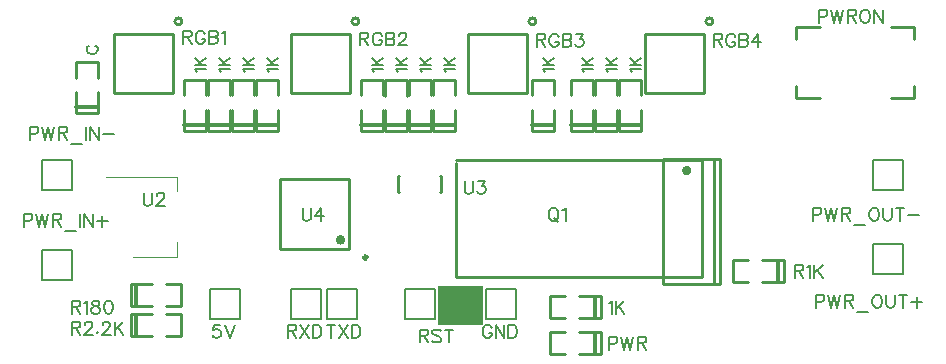
<source format=gto>
G04 ---------------------------- Layer name :TOP SILK LAYER*
G04 EasyEDA v5.4.12, Wed, 23 May 2018 11:05:33 GMT*
G04 139d24c5156241d0888082340940ae75*
G04 Gerber Generator version 0.2*
G04 Scale: 100 percent, Rotated: No, Reflected: No *
G04 Dimensions in millimeters *
G04 leading zeros omitted , absolute positions ,3 integer and 3 decimal *
%FSLAX33Y33*%
%MOMM*%
G90*
G71D02*

%ADD10C,0.254000*%
%ADD11C,0.399999*%
%ADD14C,0.203200*%
%ADD28C,0.119990*%
%ADD29C,0.249999*%
%ADD30C,0.330200*%
%ADD31C,0.202999*%
%ADD32C,0.299999*%
%ADD33C,0.177800*%

%LPD*%
G54D10*
G01X37338Y19304D02*
G01X58166Y19304D01*
G01X58166Y9398D01*
G01X37338Y9398D01*
G01X37338Y19050D01*
G54D28*
G01X9984Y11066D02*
G01X13746Y11066D01*
G01X13746Y12329D01*
G01X7736Y17889D02*
G01X13746Y17889D01*
G01X13746Y16626D01*
G54D10*
G01X35991Y17932D02*
G01X36093Y17932D01*
G01X36093Y16611D01*
G01X35991Y16611D01*
G01X32588Y16611D02*
G01X32435Y16611D01*
G01X32435Y17932D01*
G01X32588Y17932D01*
G01X68171Y24521D02*
G01X66169Y24521D01*
G01X66169Y25521D01*
G01X74170Y30520D02*
G01X76169Y30520D01*
G01X76169Y29519D01*
G01X66169Y29519D02*
G01X66169Y30520D01*
G01X68171Y30520D01*
G01X76169Y25521D02*
G01X76169Y24521D01*
G01X74170Y24521D01*
G54D29*
G01X58379Y29931D02*
G01X58379Y24932D01*
G01X58379Y24932D02*
G01X53380Y24932D01*
G01X53380Y29931D02*
G01X53380Y24932D01*
G01X58379Y29933D02*
G01X53380Y29933D01*
G01X43394Y29931D02*
G01X43394Y24932D01*
G01X43394Y24932D02*
G01X38393Y24932D01*
G01X38393Y29931D02*
G01X38393Y24932D01*
G01X43394Y29933D02*
G01X38393Y29933D01*
G01X28407Y29931D02*
G01X28407Y24932D01*
G01X28407Y24932D02*
G01X23408Y24932D01*
G01X23408Y29931D02*
G01X23408Y24932D01*
G01X28407Y29933D02*
G01X23408Y29933D01*
G01X13422Y29931D02*
G01X13422Y24932D01*
G01X13422Y24932D02*
G01X8421Y24932D01*
G01X8421Y29931D02*
G01X8421Y24932D01*
G01X13422Y29933D02*
G01X8421Y29933D01*
G54D30*
G01X64637Y10779D02*
G01X64637Y9032D01*
G54D10*
G01X63312Y10833D02*
G01X65112Y10833D01*
G01X65112Y8978D01*
G01X62113Y10833D02*
G01X60838Y10833D01*
G01X60838Y8978D01*
G01X60838Y8978D02*
G01X62113Y8978D01*
G01X63312Y8978D02*
G01X65112Y8978D01*
G54D30*
G01X10292Y7000D02*
G01X10292Y8747D01*
G54D10*
G01X11617Y6946D02*
G01X9817Y6946D01*
G01X9817Y8801D01*
G01X12816Y6946D02*
G01X14091Y6946D01*
G01X14091Y8801D01*
G01X14091Y8801D02*
G01X12816Y8801D01*
G01X11617Y8801D02*
G01X9817Y8801D01*
G54D30*
G01X10292Y4460D02*
G01X10292Y6207D01*
G54D10*
G01X11617Y4406D02*
G01X9817Y4406D01*
G01X9817Y6261D01*
G01X12816Y4406D02*
G01X14091Y4406D01*
G01X14091Y6261D01*
G01X14091Y6261D02*
G01X12816Y6261D01*
G01X11617Y6261D02*
G01X9817Y6261D01*
G01X59695Y19397D02*
G01X59695Y8796D01*
G01X54897Y8796D01*
G01X54897Y19397D01*
G01X59695Y19397D01*
G01X59197Y8796D02*
G01X59197Y19397D01*
G01X22451Y11783D02*
G01X28348Y11783D01*
G01X28348Y17680D01*
G01X22451Y17680D01*
G01X22451Y11783D01*
G54D14*
G01X25908Y5842D02*
G01X23368Y5842D01*
G01X23368Y8382D01*
G01X25908Y8382D01*
G01X25908Y6477D01*
G54D31*
G01X25908Y5842D02*
G01X25908Y6477D01*
G54D14*
G01X28956Y5842D02*
G01X26416Y5842D01*
G01X26416Y8382D01*
G01X28956Y8382D01*
G01X28956Y6477D01*
G54D31*
G01X28956Y5842D02*
G01X28956Y6477D01*
G54D14*
G01X35560Y5842D02*
G01X33020Y5842D01*
G01X33020Y8382D01*
G01X35560Y8382D01*
G01X35560Y6477D01*
G54D31*
G01X35560Y5842D02*
G01X35560Y6477D01*
G54D14*
G01X42418Y5842D02*
G01X39878Y5842D01*
G01X39878Y8382D01*
G01X42418Y8382D01*
G01X42418Y6477D01*
G54D31*
G01X42418Y5842D02*
G01X42418Y6477D01*
G54D14*
G01X19050Y5842D02*
G01X16510Y5842D01*
G01X16510Y8382D01*
G01X19050Y8382D01*
G01X19050Y6477D01*
G54D31*
G01X19050Y5842D02*
G01X19050Y6477D01*
G54D14*
G01X4826Y9144D02*
G01X2286Y9144D01*
G01X2286Y11684D01*
G01X4826Y11684D01*
G01X4826Y9779D01*
G54D31*
G01X4826Y9144D02*
G01X4826Y9779D01*
G54D14*
G01X4826Y16764D02*
G01X2286Y16764D01*
G01X2286Y19304D01*
G01X4826Y19304D01*
G01X4826Y17399D01*
G54D31*
G01X4826Y16764D02*
G01X4826Y17399D01*
G54D14*
G01X75184Y16764D02*
G01X72644Y16764D01*
G01X72644Y19304D01*
G01X75184Y19304D01*
G01X75184Y17399D01*
G54D31*
G01X75184Y16764D02*
G01X75184Y17399D01*
G54D14*
G01X75184Y9652D02*
G01X72644Y9652D01*
G01X72644Y12192D01*
G01X75184Y12192D01*
G01X75184Y10287D01*
G54D31*
G01X75184Y9652D02*
G01X75184Y10287D01*
G54D30*
G01X16113Y22230D02*
G01X14366Y22230D01*
G54D10*
G01X16167Y23555D02*
G01X16167Y21755D01*
G01X14312Y21755D01*
G01X16167Y24754D02*
G01X16167Y26029D01*
G01X14312Y26029D01*
G01X14312Y26029D02*
G01X14312Y24754D01*
G01X14312Y23555D02*
G01X14312Y21755D01*
G54D30*
G01X18145Y22230D02*
G01X16398Y22230D01*
G54D10*
G01X18199Y23555D02*
G01X18199Y21755D01*
G01X16344Y21755D01*
G01X18199Y24754D02*
G01X18199Y26029D01*
G01X16344Y26029D01*
G01X16344Y26029D02*
G01X16344Y24754D01*
G01X16344Y23555D02*
G01X16344Y21755D01*
G54D30*
G01X20177Y22230D02*
G01X18430Y22230D01*
G54D10*
G01X20231Y23555D02*
G01X20231Y21755D01*
G01X18376Y21755D01*
G01X20231Y24754D02*
G01X20231Y26029D01*
G01X18376Y26029D01*
G01X18376Y26029D02*
G01X18376Y24754D01*
G01X18376Y23555D02*
G01X18376Y21755D01*
G54D30*
G01X22209Y22230D02*
G01X20462Y22230D01*
G54D10*
G01X22263Y23555D02*
G01X22263Y21755D01*
G01X20408Y21755D01*
G01X22263Y24754D02*
G01X22263Y26029D01*
G01X20408Y26029D01*
G01X20408Y26029D02*
G01X20408Y24754D01*
G01X20408Y23555D02*
G01X20408Y21755D01*
G54D30*
G01X49143Y4683D02*
G01X49143Y2936D01*
G54D10*
G01X47818Y4737D02*
G01X49618Y4737D01*
G01X49618Y2882D01*
G01X46619Y4737D02*
G01X45344Y4737D01*
G01X45344Y2882D01*
G01X45344Y2882D02*
G01X46619Y2882D01*
G01X47818Y2882D02*
G01X49618Y2882D01*
G54D30*
G01X49146Y7729D02*
G01X49146Y5981D01*
G54D10*
G01X47820Y7782D02*
G01X49621Y7782D01*
G01X49621Y5928D01*
G01X46621Y7782D02*
G01X45346Y7782D01*
G01X45346Y5928D01*
G01X45346Y5928D02*
G01X46621Y5928D01*
G01X47820Y5928D02*
G01X49621Y5928D01*
G54D30*
G01X31099Y22230D02*
G01X29352Y22230D01*
G54D10*
G01X31153Y23555D02*
G01X31153Y21755D01*
G01X29298Y21755D01*
G01X31153Y24754D02*
G01X31153Y26029D01*
G01X29298Y26029D01*
G01X29298Y26029D02*
G01X29298Y24754D01*
G01X29298Y23555D02*
G01X29298Y21755D01*
G54D30*
G01X33131Y22227D02*
G01X31384Y22227D01*
G54D10*
G01X33185Y23553D02*
G01X33185Y21752D01*
G01X31330Y21752D01*
G01X33185Y24752D02*
G01X33185Y26027D01*
G01X31330Y26027D01*
G01X31330Y26027D02*
G01X31330Y24752D01*
G01X31330Y23553D02*
G01X31330Y21752D01*
G54D30*
G01X35163Y22230D02*
G01X33416Y22230D01*
G54D10*
G01X35217Y23555D02*
G01X35217Y21755D01*
G01X33362Y21755D01*
G01X35217Y24754D02*
G01X35217Y26029D01*
G01X33362Y26029D01*
G01X33362Y26029D02*
G01X33362Y24754D01*
G01X33362Y23555D02*
G01X33362Y21755D01*
G54D30*
G01X37195Y22230D02*
G01X35448Y22230D01*
G54D10*
G01X37249Y23555D02*
G01X37249Y21755D01*
G01X35394Y21755D01*
G01X37249Y24754D02*
G01X37249Y26029D01*
G01X35394Y26029D01*
G01X35394Y26029D02*
G01X35394Y24754D01*
G01X35394Y23555D02*
G01X35394Y21755D01*
G54D30*
G01X45577Y22230D02*
G01X43830Y22230D01*
G54D10*
G01X45631Y23555D02*
G01X45631Y21755D01*
G01X43776Y21755D01*
G01X45631Y24754D02*
G01X45631Y26029D01*
G01X43776Y26029D01*
G01X43776Y26029D02*
G01X43776Y24754D01*
G01X43776Y23555D02*
G01X43776Y21755D01*
G54D30*
G01X48879Y22230D02*
G01X47132Y22230D01*
G54D10*
G01X48933Y23555D02*
G01X48933Y21755D01*
G01X47078Y21755D01*
G01X48933Y24754D02*
G01X48933Y26029D01*
G01X47078Y26029D01*
G01X47078Y26029D02*
G01X47078Y24754D01*
G01X47078Y23555D02*
G01X47078Y21755D01*
G54D30*
G01X50911Y22230D02*
G01X49164Y22230D01*
G54D10*
G01X50965Y23555D02*
G01X50965Y21755D01*
G01X49110Y21755D01*
G01X50965Y24754D02*
G01X50965Y26029D01*
G01X49110Y26029D01*
G01X49110Y26029D02*
G01X49110Y24754D01*
G01X49110Y23555D02*
G01X49110Y21755D01*
G54D30*
G01X52943Y22230D02*
G01X51196Y22230D01*
G54D10*
G01X52997Y23555D02*
G01X52997Y21755D01*
G01X51142Y21755D01*
G01X52997Y24754D02*
G01X52997Y26029D01*
G01X51142Y26029D01*
G01X51142Y26029D02*
G01X51142Y24754D01*
G01X51142Y23555D02*
G01X51142Y21755D01*
G54D30*
G01X6969Y23751D02*
G01X5222Y23751D01*
G54D10*
G01X7023Y25077D02*
G01X7023Y23276D01*
G01X5168Y23276D01*
G01X7023Y26276D02*
G01X7023Y27551D01*
G01X5168Y27551D01*
G01X5168Y27551D02*
G01X5168Y26276D01*
G01X5168Y25077D02*
G01X5168Y23276D01*
G54D33*
G01X10922Y16510D02*
G01X10922Y15732D01*
G01X10972Y15575D01*
G01X11076Y15471D01*
G01X11234Y15420D01*
G01X11338Y15420D01*
G01X11493Y15471D01*
G01X11597Y15575D01*
G01X11648Y15732D01*
G01X11648Y16510D01*
G01X12044Y16250D02*
G01X12044Y16304D01*
G01X12095Y16408D01*
G01X12148Y16459D01*
G01X12252Y16510D01*
G01X12458Y16510D01*
G01X12562Y16459D01*
G01X12616Y16408D01*
G01X12666Y16304D01*
G01X12666Y16200D01*
G01X12616Y16095D01*
G01X12512Y15938D01*
G01X11991Y15420D01*
G01X12720Y15420D01*
G01X38100Y17526D02*
G01X38100Y16748D01*
G01X38150Y16591D01*
G01X38254Y16487D01*
G01X38412Y16436D01*
G01X38516Y16436D01*
G01X38671Y16487D01*
G01X38775Y16591D01*
G01X38826Y16748D01*
G01X38826Y17526D01*
G01X39273Y17526D02*
G01X39844Y17526D01*
G01X39535Y17111D01*
G01X39690Y17111D01*
G01X39794Y17058D01*
G01X39844Y17007D01*
G01X39898Y16852D01*
G01X39898Y16748D01*
G01X39844Y16591D01*
G01X39740Y16487D01*
G01X39585Y16436D01*
G01X39430Y16436D01*
G01X39273Y16487D01*
G01X39222Y16540D01*
G01X39169Y16644D01*
G01X68072Y32003D02*
G01X68072Y30914D01*
G01X68072Y32003D02*
G01X68539Y32003D01*
G01X68694Y31953D01*
G01X68747Y31902D01*
G01X68798Y31798D01*
G01X68798Y31640D01*
G01X68747Y31536D01*
G01X68694Y31485D01*
G01X68539Y31432D01*
G01X68072Y31432D01*
G01X69141Y32003D02*
G01X69402Y30914D01*
G01X69662Y32003D02*
G01X69402Y30914D01*
G01X69662Y32003D02*
G01X69921Y30914D01*
G01X70180Y32003D02*
G01X69921Y30914D01*
G01X70523Y32003D02*
G01X70523Y30914D01*
G01X70523Y32003D02*
G01X70993Y32003D01*
G01X71147Y31953D01*
G01X71198Y31902D01*
G01X71252Y31798D01*
G01X71252Y31694D01*
G01X71198Y31589D01*
G01X71147Y31536D01*
G01X70993Y31485D01*
G01X70523Y31485D01*
G01X70888Y31485D02*
G01X71252Y30914D01*
G01X71907Y32003D02*
G01X71803Y31953D01*
G01X71699Y31849D01*
G01X71645Y31744D01*
G01X71594Y31589D01*
G01X71594Y31330D01*
G01X71645Y31173D01*
G01X71699Y31069D01*
G01X71803Y30965D01*
G01X71907Y30914D01*
G01X72113Y30914D01*
G01X72217Y30965D01*
G01X72321Y31069D01*
G01X72374Y31173D01*
G01X72425Y31330D01*
G01X72425Y31589D01*
G01X72374Y31744D01*
G01X72321Y31849D01*
G01X72217Y31953D01*
G01X72113Y32003D01*
G01X71907Y32003D01*
G01X72768Y32003D02*
G01X72768Y30914D01*
G01X72768Y32003D02*
G01X73494Y30914D01*
G01X73494Y32003D02*
G01X73494Y30914D01*
G01X59182Y29972D02*
G01X59182Y28882D01*
G01X59182Y29972D02*
G01X59649Y29972D01*
G01X59804Y29921D01*
G01X59857Y29870D01*
G01X59908Y29766D01*
G01X59908Y29662D01*
G01X59857Y29558D01*
G01X59804Y29504D01*
G01X59649Y29453D01*
G01X59182Y29453D01*
G01X59545Y29453D02*
G01X59908Y28882D01*
G01X61031Y29712D02*
G01X60980Y29817D01*
G01X60876Y29921D01*
G01X60772Y29972D01*
G01X60563Y29972D01*
G01X60459Y29921D01*
G01X60355Y29817D01*
G01X60304Y29712D01*
G01X60251Y29558D01*
G01X60251Y29298D01*
G01X60304Y29141D01*
G01X60355Y29037D01*
G01X60459Y28933D01*
G01X60563Y28882D01*
G01X60772Y28882D01*
G01X60876Y28933D01*
G01X60980Y29037D01*
G01X61031Y29141D01*
G01X61031Y29298D01*
G01X60772Y29298D02*
G01X61031Y29298D01*
G01X61374Y29972D02*
G01X61374Y28882D01*
G01X61374Y29972D02*
G01X61841Y29972D01*
G01X61998Y29921D01*
G01X62049Y29870D01*
G01X62103Y29766D01*
G01X62103Y29662D01*
G01X62049Y29558D01*
G01X61998Y29504D01*
G01X61841Y29453D01*
G01X61374Y29453D02*
G01X61841Y29453D01*
G01X61998Y29400D01*
G01X62049Y29349D01*
G01X62103Y29245D01*
G01X62103Y29090D01*
G01X62049Y28986D01*
G01X61998Y28933D01*
G01X61841Y28882D01*
G01X61374Y28882D01*
G01X62964Y29972D02*
G01X62445Y29245D01*
G01X63223Y29245D01*
G01X62964Y29972D02*
G01X62964Y28882D01*
G01X44209Y29971D02*
G01X44209Y28882D01*
G01X44209Y29971D02*
G01X44677Y29971D01*
G01X44832Y29921D01*
G01X44883Y29870D01*
G01X44936Y29766D01*
G01X44936Y29662D01*
G01X44883Y29557D01*
G01X44832Y29504D01*
G01X44677Y29453D01*
G01X44209Y29453D01*
G01X44573Y29453D02*
G01X44936Y28882D01*
G01X46059Y29712D02*
G01X46005Y29817D01*
G01X45901Y29921D01*
G01X45797Y29971D01*
G01X45591Y29971D01*
G01X45487Y29921D01*
G01X45383Y29817D01*
G01X45330Y29712D01*
G01X45279Y29557D01*
G01X45279Y29298D01*
G01X45330Y29141D01*
G01X45383Y29037D01*
G01X45487Y28933D01*
G01X45591Y28882D01*
G01X45797Y28882D01*
G01X45901Y28933D01*
G01X46005Y29037D01*
G01X46059Y29141D01*
G01X46059Y29298D01*
G01X45797Y29298D02*
G01X46059Y29298D01*
G01X46401Y29971D02*
G01X46401Y28882D01*
G01X46401Y29971D02*
G01X46869Y29971D01*
G01X47024Y29921D01*
G01X47077Y29870D01*
G01X47128Y29766D01*
G01X47128Y29662D01*
G01X47077Y29557D01*
G01X47024Y29504D01*
G01X46869Y29453D01*
G01X46401Y29453D02*
G01X46869Y29453D01*
G01X47024Y29400D01*
G01X47077Y29349D01*
G01X47128Y29245D01*
G01X47128Y29090D01*
G01X47077Y28986D01*
G01X47024Y28933D01*
G01X46869Y28882D01*
G01X46401Y28882D01*
G01X47575Y29971D02*
G01X48146Y29971D01*
G01X47834Y29557D01*
G01X47991Y29557D01*
G01X48096Y29504D01*
G01X48146Y29453D01*
G01X48197Y29298D01*
G01X48197Y29194D01*
G01X48146Y29037D01*
G01X48042Y28933D01*
G01X47887Y28882D01*
G01X47730Y28882D01*
G01X47575Y28933D01*
G01X47524Y28986D01*
G01X47471Y29090D01*
G01X29237Y30086D02*
G01X29237Y28996D01*
G01X29237Y30086D02*
G01X29705Y30086D01*
G01X29860Y30035D01*
G01X29913Y29984D01*
G01X29964Y29880D01*
G01X29964Y29776D01*
G01X29913Y29672D01*
G01X29860Y29618D01*
G01X29705Y29568D01*
G01X29237Y29568D01*
G01X29601Y29568D02*
G01X29964Y28996D01*
G01X31087Y29827D02*
G01X31036Y29931D01*
G01X30932Y30035D01*
G01X30827Y30086D01*
G01X30619Y30086D01*
G01X30515Y30035D01*
G01X30411Y29931D01*
G01X30360Y29827D01*
G01X30307Y29672D01*
G01X30307Y29413D01*
G01X30360Y29255D01*
G01X30411Y29151D01*
G01X30515Y29047D01*
G01X30619Y28996D01*
G01X30827Y28996D01*
G01X30932Y29047D01*
G01X31036Y29151D01*
G01X31087Y29255D01*
G01X31087Y29413D01*
G01X30827Y29413D02*
G01X31087Y29413D01*
G01X31429Y30086D02*
G01X31429Y28996D01*
G01X31429Y30086D02*
G01X31897Y30086D01*
G01X32054Y30035D01*
G01X32105Y29984D01*
G01X32158Y29880D01*
G01X32158Y29776D01*
G01X32105Y29672D01*
G01X32054Y29618D01*
G01X31897Y29568D01*
G01X31429Y29568D02*
G01X31897Y29568D01*
G01X32054Y29514D01*
G01X32105Y29464D01*
G01X32158Y29359D01*
G01X32158Y29204D01*
G01X32105Y29100D01*
G01X32054Y29047D01*
G01X31897Y28996D01*
G01X31429Y28996D01*
G01X32552Y29827D02*
G01X32552Y29880D01*
G01X32603Y29984D01*
G01X32656Y30035D01*
G01X32760Y30086D01*
G01X32969Y30086D01*
G01X33073Y30035D01*
G01X33124Y29984D01*
G01X33174Y29880D01*
G01X33174Y29776D01*
G01X33124Y29672D01*
G01X33019Y29514D01*
G01X32501Y28996D01*
G01X33228Y28996D01*
G01X14265Y30226D02*
G01X14265Y29136D01*
G01X14265Y30226D02*
G01X14733Y30226D01*
G01X14888Y30175D01*
G01X14938Y30124D01*
G01X14992Y30020D01*
G01X14992Y29916D01*
G01X14938Y29811D01*
G01X14888Y29758D01*
G01X14733Y29707D01*
G01X14265Y29707D01*
G01X14629Y29707D02*
G01X14992Y29136D01*
G01X16115Y29966D02*
G01X16061Y30071D01*
G01X15957Y30175D01*
G01X15853Y30226D01*
G01X15647Y30226D01*
G01X15543Y30175D01*
G01X15439Y30071D01*
G01X15386Y29966D01*
G01X15335Y29811D01*
G01X15335Y29552D01*
G01X15386Y29395D01*
G01X15439Y29291D01*
G01X15543Y29187D01*
G01X15647Y29136D01*
G01X15853Y29136D01*
G01X15957Y29187D01*
G01X16061Y29291D01*
G01X16115Y29395D01*
G01X16115Y29552D01*
G01X15853Y29552D02*
G01X16115Y29552D01*
G01X16457Y30226D02*
G01X16457Y29136D01*
G01X16457Y30226D02*
G01X16925Y30226D01*
G01X17080Y30175D01*
G01X17133Y30124D01*
G01X17184Y30020D01*
G01X17184Y29916D01*
G01X17133Y29811D01*
G01X17080Y29758D01*
G01X16925Y29707D01*
G01X16457Y29707D02*
G01X16925Y29707D01*
G01X17080Y29654D01*
G01X17133Y29603D01*
G01X17184Y29499D01*
G01X17184Y29344D01*
G01X17133Y29240D01*
G01X17080Y29187D01*
G01X16925Y29136D01*
G01X16457Y29136D01*
G01X17527Y30020D02*
G01X17631Y30071D01*
G01X17786Y30226D01*
G01X17786Y29136D01*
G01X66039Y10414D02*
G01X66039Y9324D01*
G01X66039Y10414D02*
G01X66507Y10414D01*
G01X66662Y10363D01*
G01X66715Y10312D01*
G01X66766Y10208D01*
G01X66766Y10104D01*
G01X66715Y10000D01*
G01X66662Y9946D01*
G01X66507Y9895D01*
G01X66039Y9895D01*
G01X66403Y9895D02*
G01X66766Y9324D01*
G01X67109Y10208D02*
G01X67213Y10259D01*
G01X67370Y10414D01*
G01X67370Y9324D01*
G01X67713Y10414D02*
G01X67713Y9324D01*
G01X68440Y10414D02*
G01X67713Y9687D01*
G01X67972Y9946D02*
G01X68440Y9324D01*
G01X4826Y7366D02*
G01X4826Y6276D01*
G01X4826Y7366D02*
G01X5293Y7366D01*
G01X5448Y7315D01*
G01X5501Y7264D01*
G01X5552Y7160D01*
G01X5552Y7056D01*
G01X5501Y6951D01*
G01X5448Y6898D01*
G01X5293Y6847D01*
G01X4826Y6847D01*
G01X5189Y6847D02*
G01X5552Y6276D01*
G01X5895Y7160D02*
G01X5999Y7211D01*
G01X6156Y7366D01*
G01X6156Y6276D01*
G01X6758Y7366D02*
G01X6604Y7315D01*
G01X6550Y7211D01*
G01X6550Y7106D01*
G01X6604Y7002D01*
G01X6705Y6951D01*
G01X6913Y6898D01*
G01X7071Y6847D01*
G01X7175Y6743D01*
G01X7226Y6639D01*
G01X7226Y6484D01*
G01X7175Y6380D01*
G01X7122Y6327D01*
G01X6967Y6276D01*
G01X6758Y6276D01*
G01X6604Y6327D01*
G01X6550Y6380D01*
G01X6499Y6484D01*
G01X6499Y6639D01*
G01X6550Y6743D01*
G01X6654Y6847D01*
G01X6809Y6898D01*
G01X7018Y6951D01*
G01X7122Y7002D01*
G01X7175Y7106D01*
G01X7175Y7211D01*
G01X7122Y7315D01*
G01X6967Y7366D01*
G01X6758Y7366D01*
G01X7881Y7366D02*
G01X7724Y7315D01*
G01X7620Y7160D01*
G01X7569Y6898D01*
G01X7569Y6743D01*
G01X7620Y6484D01*
G01X7724Y6327D01*
G01X7881Y6276D01*
G01X7985Y6276D01*
G01X8140Y6327D01*
G01X8244Y6484D01*
G01X8295Y6743D01*
G01X8295Y6898D01*
G01X8244Y7160D01*
G01X8140Y7315D01*
G01X7985Y7366D01*
G01X7881Y7366D01*
G01X4826Y5588D02*
G01X4826Y4498D01*
G01X4826Y5588D02*
G01X5293Y5588D01*
G01X5448Y5537D01*
G01X5501Y5486D01*
G01X5552Y5382D01*
G01X5552Y5278D01*
G01X5501Y5173D01*
G01X5448Y5120D01*
G01X5293Y5069D01*
G01X4826Y5069D01*
G01X5189Y5069D02*
G01X5552Y4498D01*
G01X5948Y5328D02*
G01X5948Y5382D01*
G01X5999Y5486D01*
G01X6052Y5537D01*
G01X6156Y5588D01*
G01X6362Y5588D01*
G01X6466Y5537D01*
G01X6520Y5486D01*
G01X6570Y5382D01*
G01X6570Y5278D01*
G01X6520Y5173D01*
G01X6416Y5016D01*
G01X5895Y4498D01*
G01X6624Y4498D01*
G01X7018Y4757D02*
G01X6967Y4706D01*
G01X7018Y4653D01*
G01X7071Y4706D01*
G01X7018Y4757D01*
G01X7465Y5328D02*
G01X7465Y5382D01*
G01X7518Y5486D01*
G01X7569Y5537D01*
G01X7673Y5588D01*
G01X7881Y5588D01*
G01X7985Y5537D01*
G01X8036Y5486D01*
G01X8089Y5382D01*
G01X8089Y5278D01*
G01X8036Y5173D01*
G01X7932Y5016D01*
G01X7414Y4498D01*
G01X8140Y4498D01*
G01X8483Y5588D02*
G01X8483Y4498D01*
G01X9210Y5588D02*
G01X8483Y4861D01*
G01X8742Y5120D02*
G01X9210Y4498D01*
G01X45524Y15240D02*
G01X45420Y15189D01*
G01X45316Y15085D01*
G01X45262Y14980D01*
G01X45212Y14825D01*
G01X45212Y14566D01*
G01X45262Y14409D01*
G01X45316Y14305D01*
G01X45420Y14201D01*
G01X45524Y14150D01*
G01X45732Y14150D01*
G01X45834Y14201D01*
G01X45938Y14305D01*
G01X45991Y14409D01*
G01X46042Y14566D01*
G01X46042Y14825D01*
G01X45991Y14980D01*
G01X45938Y15085D01*
G01X45834Y15189D01*
G01X45732Y15240D01*
G01X45524Y15240D01*
G01X45679Y14358D02*
G01X45991Y14046D01*
G01X46385Y15034D02*
G01X46489Y15085D01*
G01X46647Y15240D01*
G01X46647Y14150D01*
G01X24384Y15240D02*
G01X24384Y14462D01*
G01X24434Y14305D01*
G01X24538Y14201D01*
G01X24696Y14150D01*
G01X24800Y14150D01*
G01X24955Y14201D01*
G01X25059Y14305D01*
G01X25110Y14462D01*
G01X25110Y15240D01*
G01X25974Y15240D02*
G01X25453Y14513D01*
G01X26233Y14513D01*
G01X25974Y15240D02*
G01X25974Y14150D01*
G01X23114Y5334D02*
G01X23114Y4244D01*
G01X23114Y5334D02*
G01X23581Y5334D01*
G01X23736Y5283D01*
G01X23789Y5232D01*
G01X23840Y5128D01*
G01X23840Y5024D01*
G01X23789Y4919D01*
G01X23736Y4866D01*
G01X23581Y4815D01*
G01X23114Y4815D01*
G01X23477Y4815D02*
G01X23840Y4244D01*
G01X24183Y5334D02*
G01X24912Y4244D01*
G01X24912Y5334D02*
G01X24183Y4244D01*
G01X25255Y5334D02*
G01X25255Y4244D01*
G01X25255Y5334D02*
G01X25618Y5334D01*
G01X25773Y5283D01*
G01X25877Y5179D01*
G01X25930Y5074D01*
G01X25981Y4919D01*
G01X25981Y4660D01*
G01X25930Y4503D01*
G01X25877Y4399D01*
G01X25773Y4295D01*
G01X25618Y4244D01*
G01X25255Y4244D01*
G01X26779Y5334D02*
G01X26779Y4244D01*
G01X26416Y5334D02*
G01X27142Y5334D01*
G01X27485Y5334D02*
G01X28214Y4244D01*
G01X28214Y5334D02*
G01X27485Y4244D01*
G01X28557Y5334D02*
G01X28557Y4244D01*
G01X28557Y5334D02*
G01X28920Y5334D01*
G01X29075Y5283D01*
G01X29179Y5179D01*
G01X29232Y5074D01*
G01X29283Y4919D01*
G01X29283Y4660D01*
G01X29232Y4503D01*
G01X29179Y4399D01*
G01X29075Y4295D01*
G01X28920Y4244D01*
G01X28557Y4244D01*
G01X34290Y4940D02*
G01X34290Y3850D01*
G01X34290Y4940D02*
G01X34757Y4940D01*
G01X34912Y4889D01*
G01X34965Y4838D01*
G01X35016Y4734D01*
G01X35016Y4630D01*
G01X34965Y4526D01*
G01X34912Y4472D01*
G01X34757Y4422D01*
G01X34290Y4422D01*
G01X34653Y4422D02*
G01X35016Y3850D01*
G01X36088Y4785D02*
G01X35984Y4889D01*
G01X35826Y4940D01*
G01X35620Y4940D01*
G01X35463Y4889D01*
G01X35359Y4785D01*
G01X35359Y4681D01*
G01X35412Y4577D01*
G01X35463Y4526D01*
G01X35567Y4472D01*
G01X35880Y4368D01*
G01X35984Y4318D01*
G01X36034Y4267D01*
G01X36088Y4163D01*
G01X36088Y4005D01*
G01X35984Y3901D01*
G01X35826Y3850D01*
G01X35620Y3850D01*
G01X35463Y3901D01*
G01X35359Y4005D01*
G01X36794Y4940D02*
G01X36794Y3850D01*
G01X36431Y4940D02*
G01X37157Y4940D01*
G01X40403Y5074D02*
G01X40350Y5179D01*
G01X40246Y5283D01*
G01X40144Y5334D01*
G01X39936Y5334D01*
G01X39832Y5283D01*
G01X39728Y5179D01*
G01X39674Y5074D01*
G01X39624Y4919D01*
G01X39624Y4660D01*
G01X39674Y4503D01*
G01X39728Y4399D01*
G01X39832Y4295D01*
G01X39936Y4244D01*
G01X40144Y4244D01*
G01X40246Y4295D01*
G01X40350Y4399D01*
G01X40403Y4503D01*
G01X40403Y4660D01*
G01X40144Y4660D02*
G01X40403Y4660D01*
G01X40746Y5334D02*
G01X40746Y4244D01*
G01X40746Y5334D02*
G01X41473Y4244D01*
G01X41473Y5334D02*
G01X41473Y4244D01*
G01X41816Y5334D02*
G01X41816Y4244D01*
G01X41816Y5334D02*
G01X42179Y5334D01*
G01X42336Y5283D01*
G01X42440Y5179D01*
G01X42491Y5074D01*
G01X42545Y4919D01*
G01X42545Y4660D01*
G01X42491Y4503D01*
G01X42440Y4399D01*
G01X42336Y4295D01*
G01X42179Y4244D01*
G01X41816Y4244D01*
G01X17386Y5334D02*
G01X16868Y5334D01*
G01X16814Y4866D01*
G01X16868Y4919D01*
G01X17023Y4970D01*
G01X17180Y4970D01*
G01X17335Y4919D01*
G01X17439Y4815D01*
G01X17490Y4660D01*
G01X17490Y4556D01*
G01X17439Y4399D01*
G01X17335Y4295D01*
G01X17180Y4244D01*
G01X17023Y4244D01*
G01X16868Y4295D01*
G01X16814Y4348D01*
G01X16764Y4452D01*
G01X17833Y5334D02*
G01X18249Y4244D01*
G01X18666Y5334D02*
G01X18249Y4244D01*
G01X762Y14732D02*
G01X762Y13642D01*
G01X762Y14732D02*
G01X1229Y14732D01*
G01X1384Y14681D01*
G01X1437Y14630D01*
G01X1488Y14526D01*
G01X1488Y14368D01*
G01X1437Y14264D01*
G01X1384Y14213D01*
G01X1229Y14160D01*
G01X762Y14160D01*
G01X1831Y14732D02*
G01X2092Y13642D01*
G01X2352Y14732D02*
G01X2092Y13642D01*
G01X2352Y14732D02*
G01X2611Y13642D01*
G01X2870Y14732D02*
G01X2611Y13642D01*
G01X3213Y14732D02*
G01X3213Y13642D01*
G01X3213Y14732D02*
G01X3683Y14732D01*
G01X3837Y14681D01*
G01X3888Y14630D01*
G01X3942Y14526D01*
G01X3942Y14422D01*
G01X3888Y14317D01*
G01X3837Y14264D01*
G01X3683Y14213D01*
G01X3213Y14213D01*
G01X3578Y14213D02*
G01X3942Y13642D01*
G01X4284Y13279D02*
G01X5219Y13279D01*
G01X5562Y14732D02*
G01X5562Y13642D01*
G01X5905Y14732D02*
G01X5905Y13642D01*
G01X5905Y14732D02*
G01X6631Y13642D01*
G01X6631Y14732D02*
G01X6631Y13642D01*
G01X7442Y14577D02*
G01X7442Y13642D01*
G01X6974Y14109D02*
G01X7912Y14109D01*
G01X1270Y22098D02*
G01X1270Y21008D01*
G01X1270Y22098D02*
G01X1737Y22098D01*
G01X1892Y22047D01*
G01X1945Y21996D01*
G01X1996Y21892D01*
G01X1996Y21734D01*
G01X1945Y21630D01*
G01X1892Y21579D01*
G01X1737Y21526D01*
G01X1270Y21526D01*
G01X2339Y22098D02*
G01X2600Y21008D01*
G01X2860Y22098D02*
G01X2600Y21008D01*
G01X2860Y22098D02*
G01X3119Y21008D01*
G01X3378Y22098D02*
G01X3119Y21008D01*
G01X3721Y22098D02*
G01X3721Y21008D01*
G01X3721Y22098D02*
G01X4191Y22098D01*
G01X4345Y22047D01*
G01X4396Y21996D01*
G01X4450Y21892D01*
G01X4450Y21788D01*
G01X4396Y21683D01*
G01X4345Y21630D01*
G01X4191Y21579D01*
G01X3721Y21579D01*
G01X4086Y21579D02*
G01X4450Y21008D01*
G01X4792Y20645D02*
G01X5727Y20645D01*
G01X6070Y22098D02*
G01X6070Y21008D01*
G01X6413Y22098D02*
G01X6413Y21008D01*
G01X6413Y22098D02*
G01X7139Y21008D01*
G01X7139Y22098D02*
G01X7139Y21008D01*
G01X7482Y21475D02*
G01X8420Y21475D01*
G01X67564Y15240D02*
G01X67564Y14150D01*
G01X67564Y15240D02*
G01X68031Y15240D01*
G01X68186Y15189D01*
G01X68239Y15138D01*
G01X68290Y15034D01*
G01X68290Y14876D01*
G01X68239Y14772D01*
G01X68186Y14721D01*
G01X68031Y14668D01*
G01X67564Y14668D01*
G01X68633Y15240D02*
G01X68894Y14150D01*
G01X69154Y15240D02*
G01X68894Y14150D01*
G01X69154Y15240D02*
G01X69413Y14150D01*
G01X69672Y15240D02*
G01X69413Y14150D01*
G01X70015Y15240D02*
G01X70015Y14150D01*
G01X70015Y15240D02*
G01X70485Y15240D01*
G01X70639Y15189D01*
G01X70690Y15138D01*
G01X70744Y15034D01*
G01X70744Y14930D01*
G01X70690Y14825D01*
G01X70639Y14772D01*
G01X70485Y14721D01*
G01X70015Y14721D01*
G01X70380Y14721D02*
G01X70744Y14150D01*
G01X71086Y13787D02*
G01X72021Y13787D01*
G01X72677Y15240D02*
G01X72572Y15189D01*
G01X72468Y15085D01*
G01X72415Y14980D01*
G01X72364Y14825D01*
G01X72364Y14566D01*
G01X72415Y14409D01*
G01X72468Y14305D01*
G01X72572Y14201D01*
G01X72677Y14150D01*
G01X72885Y14150D01*
G01X72986Y14201D01*
G01X73091Y14305D01*
G01X73144Y14409D01*
G01X73195Y14566D01*
G01X73195Y14825D01*
G01X73144Y14980D01*
G01X73091Y15085D01*
G01X72986Y15189D01*
G01X72885Y15240D01*
G01X72677Y15240D01*
G01X73538Y15240D02*
G01X73538Y14462D01*
G01X73591Y14305D01*
G01X73695Y14201D01*
G01X73850Y14150D01*
G01X73954Y14150D01*
G01X74109Y14201D01*
G01X74213Y14305D01*
G01X74267Y14462D01*
G01X74267Y15240D01*
G01X74973Y15240D02*
G01X74973Y14150D01*
G01X74609Y15240D02*
G01X75336Y15240D01*
G01X75679Y14617D02*
G01X76614Y14617D01*
G01X67818Y7874D02*
G01X67818Y6784D01*
G01X67818Y7874D02*
G01X68285Y7874D01*
G01X68440Y7823D01*
G01X68493Y7772D01*
G01X68544Y7668D01*
G01X68544Y7510D01*
G01X68493Y7406D01*
G01X68440Y7355D01*
G01X68285Y7302D01*
G01X67818Y7302D01*
G01X68887Y7874D02*
G01X69148Y6784D01*
G01X69408Y7874D02*
G01X69148Y6784D01*
G01X69408Y7874D02*
G01X69667Y6784D01*
G01X69926Y7874D02*
G01X69667Y6784D01*
G01X70269Y7874D02*
G01X70269Y6784D01*
G01X70269Y7874D02*
G01X70739Y7874D01*
G01X70893Y7823D01*
G01X70944Y7772D01*
G01X70998Y7668D01*
G01X70998Y7564D01*
G01X70944Y7459D01*
G01X70893Y7406D01*
G01X70739Y7355D01*
G01X70269Y7355D01*
G01X70634Y7355D02*
G01X70998Y6784D01*
G01X71340Y6421D02*
G01X72275Y6421D01*
G01X72931Y7874D02*
G01X72826Y7823D01*
G01X72722Y7719D01*
G01X72669Y7614D01*
G01X72618Y7459D01*
G01X72618Y7200D01*
G01X72669Y7043D01*
G01X72722Y6939D01*
G01X72826Y6835D01*
G01X72931Y6784D01*
G01X73139Y6784D01*
G01X73240Y6835D01*
G01X73345Y6939D01*
G01X73398Y7043D01*
G01X73449Y7200D01*
G01X73449Y7459D01*
G01X73398Y7614D01*
G01X73345Y7719D01*
G01X73240Y7823D01*
G01X73139Y7874D01*
G01X72931Y7874D01*
G01X73792Y7874D02*
G01X73792Y7096D01*
G01X73845Y6939D01*
G01X73949Y6835D01*
G01X74104Y6784D01*
G01X74208Y6784D01*
G01X74363Y6835D01*
G01X74467Y6939D01*
G01X74521Y7096D01*
G01X74521Y7874D01*
G01X75227Y7874D02*
G01X75227Y6784D01*
G01X74863Y7874D02*
G01X75590Y7874D01*
G01X76400Y7719D02*
G01X76400Y6784D01*
G01X75933Y7251D02*
G01X76868Y7251D01*
G01X15422Y26776D02*
G01X15377Y26868D01*
G01X15240Y27002D01*
G01X16195Y27002D01*
G01X15240Y27304D02*
G01X16195Y27304D01*
G01X15240Y27939D02*
G01X15877Y27304D01*
G01X15648Y27531D02*
G01X16195Y27939D01*
G01X17454Y26776D02*
G01X17409Y26868D01*
G01X17271Y27002D01*
G01X18227Y27002D01*
G01X17271Y27304D02*
G01X18227Y27304D01*
G01X17271Y27939D02*
G01X17909Y27304D01*
G01X17680Y27531D02*
G01X18227Y27939D01*
G01X19486Y26776D02*
G01X19441Y26868D01*
G01X19303Y27002D01*
G01X20259Y27002D01*
G01X19303Y27304D02*
G01X20259Y27304D01*
G01X19303Y27939D02*
G01X19941Y27304D01*
G01X19712Y27531D02*
G01X20259Y27939D01*
G01X21518Y26776D02*
G01X21473Y26868D01*
G01X21335Y27002D01*
G01X22291Y27002D01*
G01X21335Y27304D02*
G01X22291Y27304D01*
G01X21335Y27939D02*
G01X21973Y27304D01*
G01X21744Y27531D02*
G01X22291Y27939D01*
G01X50292Y4318D02*
G01X50292Y3228D01*
G01X50292Y4318D02*
G01X50759Y4318D01*
G01X50914Y4267D01*
G01X50967Y4216D01*
G01X51018Y4112D01*
G01X51018Y3954D01*
G01X50967Y3850D01*
G01X50914Y3799D01*
G01X50759Y3746D01*
G01X50292Y3746D01*
G01X51361Y4318D02*
G01X51622Y3228D01*
G01X51882Y4318D02*
G01X51622Y3228D01*
G01X51882Y4318D02*
G01X52141Y3228D01*
G01X52400Y4318D02*
G01X52141Y3228D01*
G01X52743Y4318D02*
G01X52743Y3228D01*
G01X52743Y4318D02*
G01X53213Y4318D01*
G01X53367Y4267D01*
G01X53418Y4216D01*
G01X53472Y4112D01*
G01X53472Y4008D01*
G01X53418Y3903D01*
G01X53367Y3850D01*
G01X53213Y3799D01*
G01X52743Y3799D01*
G01X53108Y3799D02*
G01X53472Y3228D01*
G01X50294Y7157D02*
G01X50398Y7208D01*
G01X50553Y7363D01*
G01X50553Y6273D01*
G01X50896Y7363D02*
G01X50896Y6273D01*
G01X51625Y7363D02*
G01X50896Y6637D01*
G01X51158Y6896D02*
G01X51625Y6273D01*
G01X30408Y26776D02*
G01X30363Y26868D01*
G01X30225Y27002D01*
G01X31181Y27002D01*
G01X30225Y27304D02*
G01X31181Y27304D01*
G01X30225Y27939D02*
G01X30863Y27304D01*
G01X30634Y27531D02*
G01X31181Y27939D01*
G01X32440Y26774D02*
G01X32395Y26865D01*
G01X32257Y27000D01*
G01X33213Y27000D01*
G01X32257Y27302D02*
G01X33213Y27302D01*
G01X32257Y27937D02*
G01X32895Y27302D01*
G01X32666Y27528D02*
G01X33213Y27937D01*
G01X34472Y26776D02*
G01X34427Y26868D01*
G01X34289Y27002D01*
G01X35245Y27002D01*
G01X34289Y27304D02*
G01X35245Y27304D01*
G01X34289Y27939D02*
G01X34927Y27304D01*
G01X34698Y27531D02*
G01X35245Y27939D01*
G01X36504Y26776D02*
G01X36459Y26868D01*
G01X36321Y27002D01*
G01X37277Y27002D01*
G01X36321Y27304D02*
G01X37277Y27304D01*
G01X36321Y27939D02*
G01X36959Y27304D01*
G01X36730Y27531D02*
G01X37277Y27939D01*
G01X44886Y26776D02*
G01X44841Y26868D01*
G01X44703Y27002D01*
G01X45659Y27002D01*
G01X44703Y27304D02*
G01X45659Y27304D01*
G01X44703Y27939D02*
G01X45341Y27304D01*
G01X45112Y27531D02*
G01X45659Y27939D01*
G01X48188Y26776D02*
G01X48143Y26868D01*
G01X48005Y27002D01*
G01X48961Y27002D01*
G01X48005Y27304D02*
G01X48961Y27304D01*
G01X48005Y27939D02*
G01X48643Y27304D01*
G01X48414Y27531D02*
G01X48961Y27939D01*
G01X50220Y26776D02*
G01X50175Y26868D01*
G01X50037Y27002D01*
G01X50993Y27002D01*
G01X50037Y27304D02*
G01X50993Y27304D01*
G01X50037Y27939D02*
G01X50675Y27304D01*
G01X50446Y27531D02*
G01X50993Y27939D01*
G01X52252Y26776D02*
G01X52207Y26868D01*
G01X52069Y27002D01*
G01X53025Y27002D01*
G01X52069Y27304D02*
G01X53025Y27304D01*
G01X52069Y27939D02*
G01X52707Y27304D01*
G01X52478Y27531D02*
G01X53025Y27939D01*
G01X6324Y28978D02*
G01X6233Y28935D01*
G01X6141Y28844D01*
G01X6095Y28752D01*
G01X6095Y28569D01*
G01X6141Y28480D01*
G01X6233Y28389D01*
G01X6324Y28343D01*
G01X6459Y28298D01*
G01X6687Y28298D01*
G01X6824Y28343D01*
G01X6913Y28389D01*
G01X7005Y28480D01*
G01X7051Y28569D01*
G01X7051Y28752D01*
G01X7005Y28844D01*
G01X6913Y28935D01*
G01X6824Y28978D01*
G54D11*
G75*
G01X57097Y18397D02*
G3X57097Y18395I-200J-1D01*
G01*
G54D32*
G75*
G01X29550Y11031D02*
G3X29550Y11034I150J1D01*
G01*
G54D11*
G75*
G01X27399Y12532D02*
G3X27399Y12535I200J1D01*
G01*
G54D10*
G75*
G01X59129Y31032D02*
G03X59129Y31032I-300J0D01*
G01*
G75*
G01X44143Y31032D02*
G03X44143Y31032I-300J0D01*
G01*
G75*
G01X29157Y31032D02*
G03X29157Y31032I-300J0D01*
G01*
G75*
G01X14171Y31032D02*
G03X14171Y31032I-300J0D01*
G01*
G36*
G01X35814Y8636D02*
G01X39624Y8636D01*
G01X39624Y5334D01*
G01X35814Y5334D01*
G01X35814Y8636D01*
G37*
M00*
M02*

</source>
